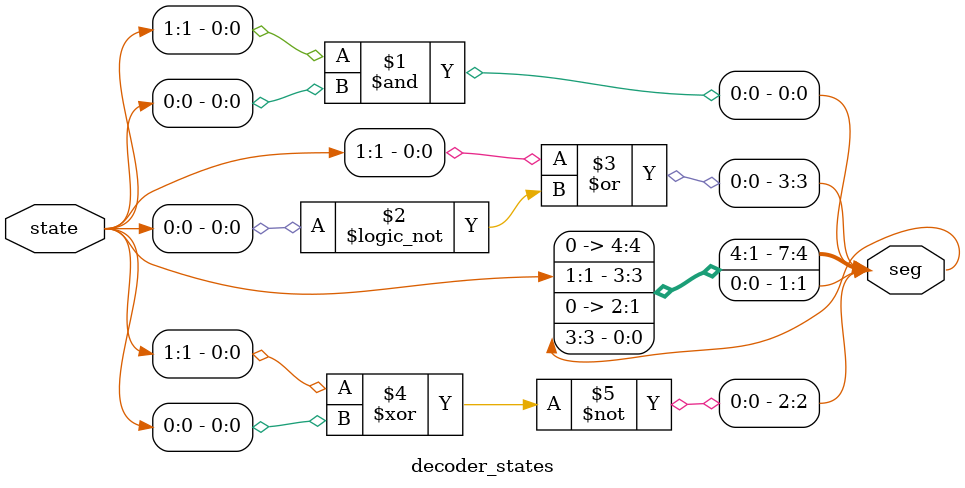
<source format=v>
module decoder_states(
    input [1:0] state,
    output [7:0] seg
);

/*
segments[0] = a
segments[1] = b
segments[2] = c
segments[3] = d
segments[4] = e
segments[5] = f
segments[6] = g
segments[7] = dot

a = st1 · st0
b = (st1' · st0)' = st1 + st0'
c = st1 XNOR st0
d = b'
e = 0
f = 0
g = st1
dot = 0

*/

// a
and(seg[0], state[1], state[0]);

// b
or(seg[1], state[1], !state[0]);

// c
xnor(seg[2], state[1], state[0]);

// d
not(seg[3], !seg[1]);

// e
assign seg[4] = 0;

// f
assign seg[5] = 0;

// g
assign seg[6] = state[1];

// dot
assign seg[7] = 0;

endmodule

</source>
